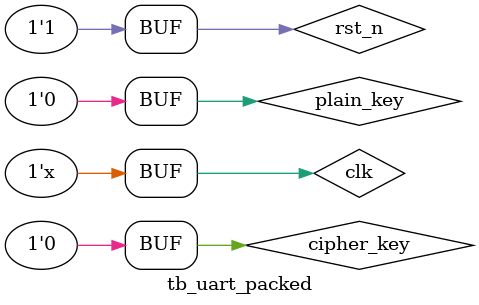
<source format=sv>
`timescale 1ns / 1ns
module tb_uart_packed (
    
);
localparam NUM_BYTE = 69;
reg clk;
reg rst_n;
initial begin
    clk    = 1'b0;
    rst_n <= 1'b0;
    #30
    rst_n <= 1'b1;
end
always #10 clk=~clk;
    
wire 	tx;
wire tx_end;
reg first_flag;
reg [7:0] pi_data;
reg  pi_flag;
reg cipher_key;
reg plain_key ;
reg [NUM_BYTE*8-1:0] key_buff ;

initial begin
    cipher_key = 0;
    plain_key = 0;
    #5000000 
    cipher_key = 1'b1;
    #20
    cipher_key = 1'b0;
    #3000000 
    plain_key = 1'b1;
    #20
    plain_key = 1'b0;
end
//*generate input
always @(posedge clk or negedge rst_n) begin
    if(!rst_n) begin
        pi_data <= 8'd0;
        pi_flag <= 1'd0;
        first_flag <= 1'b0;
        key_buff <= {"keyahsojeneskxishebaplainsidhaodwiohaaaaakeyb123456789abcdefghthsgdsj"} ;
    end
    else if(first_flag == 0) begin
        pi_data <= key_buff[NUM_BYTE*8-1:NUM_BYTE*8-8];
        pi_flag <= 1'd1;
        first_flag <= ~first_flag;
        key_buff<= key_buff << 8;
    end
    else if(tx_end&& (pi_data!=0)  )begin
        pi_data <= key_buff[NUM_BYTE*8-1:NUM_BYTE*8-8];
        pi_flag <= 1'd1;
        key_buff<= key_buff << 8;
    end
    else begin
        pi_data <= pi_data;
        pi_flag <= 1'b0;
    end
end

uart_tx #(
	.UART_BPS 		( 'd115200      		),
	.CLK_FREQ 		( 'd50_000_000 		))
u_uart_tx(
	//ports
	.sys_clk   		( clk   		),
	.sys_rst_n 		( rst_n 		),
	.pi_data   		( pi_data   		),
	.pi_flag   		( pi_flag   		),
	.tx        		( tx        		),
    .tx_end (tx_end)
);
//*endgenerate

uart_aes_packed #(
	.UART_BPS 		( 'd115200       		),
	.CLK_FREQ 		( 'd50_000_000 		))
u_uart_aes_packed(
	//ports
	.clk   		( clk   		),
	.rst_n 		( rst_n 		),
    .cipher_key (cipher_key),
    .plain_key  (plain_key ),
	.rx    		( tx    		),
	.tx    		(     		)
);

endmodule //tb_uart_packed
</source>
